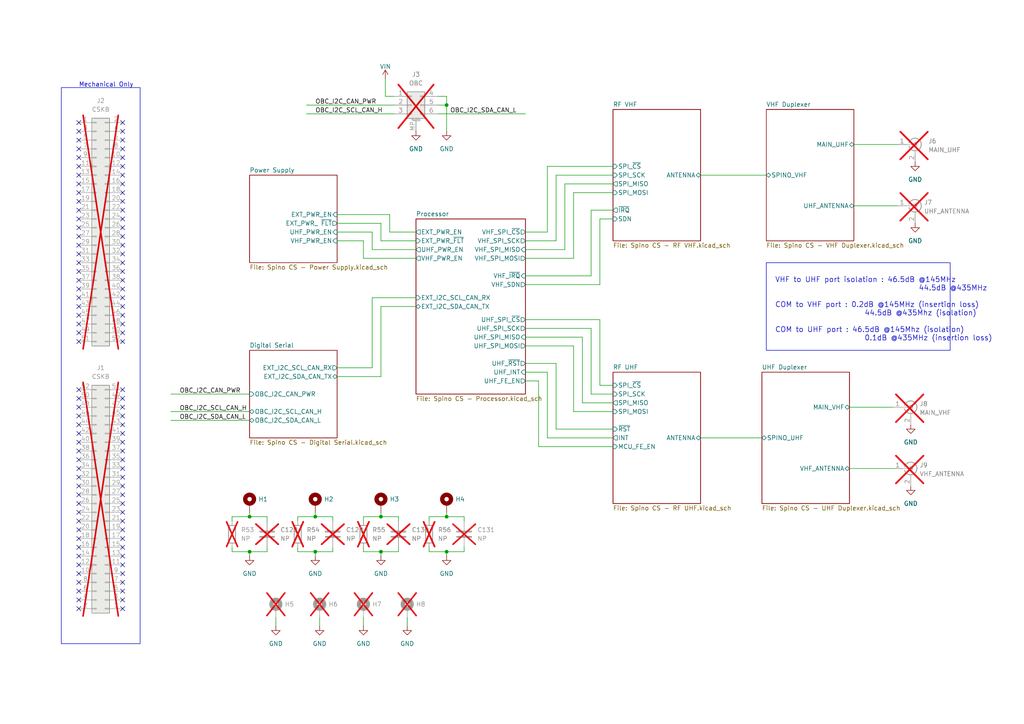
<source format=kicad_sch>
(kicad_sch (version 20250114) (generator "eeschema") (generator_version "9.0")
  (paper "A4")
  (title_block (title "Spino Com System - Power Supply") (date "2025-03-24") (rev "v2.1") (company "AMSAT-F/Electrolab - Y.Avelino/A.Meckenstock "))
  (lib_symbols
    (symbol "Connector:Conn_Coaxial" (pin_names (offset 1.016) (hide yes))
      (property "Reference" "J" (at 0.254 3.048 0))
      (property "Value" "Conn_Coaxial" (at 2.921 0 90))
      (symbol "Conn_Coaxial_0_1"
        (polyline (pts (xy -2.54 0) (xy -0.508 0)))
        (arc (start 1.778 0) (mid 0.222 -1.8079) (end -1.778 -0.508) (stroke (width 0.254)))
        (arc (start -1.778 0.508) (mid 0.2221 1.8084) (end 1.778 0) (stroke (width 0.254)))
        (circle (center 0 0) (radius 0.508) (stroke (width 0.2032)))
        (polyline (pts (xy 0 -2.54) (xy 0 -1.778)))
      )
      (symbol "Conn_Coaxial_1_1"
        (pin passive line (at -5.08 0 0) (length 2.54) (name "In") (number "1"))
        (pin passive line (at 0 -5.08 90) (length 2.54) (name "Ext") (number "2"))
      )
    )
    (symbol "Connector_Generic:Conn_02x26_Odd_Even" (pin_names (offset 1.016) (hide yes))
      (property "Reference" "J" (at 1.27 33.02 0))
      (property "Value" "Conn_02x26_Odd_Even" (at 1.27 -35.56 0))
      (symbol "Conn_02x26_Odd_Even_1_1"
        (rectangle (start -1.27 31.75) (end 3.81 -34.29) (stroke (width 0.254)) (fill (type background)))
        (rectangle (start -1.27 30.607) (end 0 30.353) (stroke (width 0.1524)))
        (rectangle (start -1.27 28.067) (end 0 27.813) (stroke (width 0.1524)))
        (rectangle (start -1.27 25.527) (end 0 25.273) (stroke (width 0.1524)))
        (rectangle (start -1.27 22.987) (end 0 22.733) (stroke (width 0.1524)))
        (rectangle (start -1.27 20.447) (end 0 20.193) (stroke (width 0.1524)))
        (rectangle (start -1.27 17.907) (end 0 17.653) (stroke (width 0.1524)))
        (rectangle (start -1.27 15.367) (end 0 15.113) (stroke (width 0.1524)))
        (rectangle (start -1.27 12.827) (end 0 12.573) (stroke (width 0.1524)))
        (rectangle (start -1.27 10.287) (end 0 10.033) (stroke (width 0.1524)))
        (rectangle (start -1.27 7.747) (end 0 7.493) (stroke (width 0.1524)))
        (rectangle (start -1.27 5.207) (end 0 4.953) (stroke (width 0.1524)))
        (rectangle (start -1.27 2.667) (end 0 2.413) (stroke (width 0.1524)))
        (rectangle (start -1.27 0.127) (end 0 -0.127) (stroke (width 0.1524)))
        (rectangle (start -1.27 -2.413) (end 0 -2.667) (stroke (width 0.1524)))
        (rectangle (start -1.27 -4.953) (end 0 -5.207) (stroke (width 0.1524)))
        (rectangle (start -1.27 -7.493) (end 0 -7.747) (stroke (width 0.1524)))
        (rectangle (start -1.27 -10.033) (end 0 -10.287) (stroke (width 0.1524)))
        (rectangle (start -1.27 -12.573) (end 0 -12.827) (stroke (width 0.1524)))
        (rectangle (start -1.27 -15.113) (end 0 -15.367) (stroke (width 0.1524)))
        (rectangle (start -1.27 -17.653) (end 0 -17.907) (stroke (width 0.1524)))
        (rectangle (start -1.27 -20.193) (end 0 -20.447) (stroke (width 0.1524)))
        (rectangle (start -1.27 -22.733) (end 0 -22.987) (stroke (width 0.1524)))
        (rectangle (start -1.27 -25.273) (end 0 -25.527) (stroke (width 0.1524)))
        (rectangle (start -1.27 -27.813) (end 0 -28.067) (stroke (width 0.1524)))
        (rectangle (start -1.27 -30.353) (end 0 -30.607) (stroke (width 0.1524)))
        (rectangle (start -1.27 -32.893) (end 0 -33.147) (stroke (width 0.1524)))
        (rectangle (start 3.81 30.607) (end 2.54 30.353) (stroke (width 0.1524)))
        (rectangle (start 3.81 28.067) (end 2.54 27.813) (stroke (width 0.1524)))
        (rectangle (start 3.81 25.527) (end 2.54 25.273) (stroke (width 0.1524)))
        (rectangle (start 3.81 22.987) (end 2.54 22.733) (stroke (width 0.1524)))
        (rectangle (start 3.81 20.447) (end 2.54 20.193) (stroke (width 0.1524)))
        (rectangle (start 3.81 17.907) (end 2.54 17.653) (stroke (width 0.1524)))
        (rectangle (start 3.81 15.367) (end 2.54 15.113) (stroke (width 0.1524)))
        (rectangle (start 3.81 12.827) (end 2.54 12.573) (stroke (width 0.1524)))
        (rectangle (start 3.81 10.287) (end 2.54 10.033) (stroke (width 0.1524)))
        (rectangle (start 3.81 7.747) (end 2.54 7.493) (stroke (width 0.1524)))
        (rectangle (start 3.81 5.207) (end 2.54 4.953) (stroke (width 0.1524)))
        (rectangle (start 3.81 2.667) (end 2.54 2.413) (stroke (width 0.1524)))
        (rectangle (start 3.81 0.127) (end 2.54 -0.127) (stroke (width 0.1524)))
        (rectangle (start 3.81 -2.413) (end 2.54 -2.667) (stroke (width 0.1524)))
        (rectangle (start 3.81 -4.953) (end 2.54 -5.207) (stroke (width 0.1524)))
        (rectangle (start 3.81 -7.493) (end 2.54 -7.747) (stroke (width 0.1524)))
        (rectangle (start 3.81 -10.033) (end 2.54 -10.287) (stroke (width 0.1524)))
        (rectangle (start 3.81 -12.573) (end 2.54 -12.827) (stroke (width 0.1524)))
        (rectangle (start 3.81 -15.113) (end 2.54 -15.367) (stroke (width 0.1524)))
        (rectangle (start 3.81 -17.653) (end 2.54 -17.907) (stroke (width 0.1524)))
        (rectangle (start 3.81 -20.193) (end 2.54 -20.447) (stroke (width 0.1524)))
        (rectangle (start 3.81 -22.733) (end 2.54 -22.987) (stroke (width 0.1524)))
        (rectangle (start 3.81 -25.273) (end 2.54 -25.527) (stroke (width 0.1524)))
        (rectangle (start 3.81 -27.813) (end 2.54 -28.067) (stroke (width 0.1524)))
        (rectangle (start 3.81 -30.353) (end 2.54 -30.607) (stroke (width 0.1524)))
        (rectangle (start 3.81 -32.893) (end 2.54 -33.147) (stroke (width 0.1524)))
        (pin passive line (at -5.08 30.48 0) (length 3.81) (name "Pin_1") (number "1"))
        (pin passive line (at -5.08 27.94 0) (length 3.81) (name "Pin_3") (number "3"))
        (pin passive line (at -5.08 25.4 0) (length 3.81) (name "Pin_5") (number "5"))
        (pin passive line (at -5.08 22.86 0) (length 3.81) (name "Pin_7") (number "7"))
        (pin passive line (at -5.08 20.32 0) (length 3.81) (name "Pin_9") (number "9"))
        (pin passive line (at -5.08 17.78 0) (length 3.81) (name "Pin_11") (number "11"))
        (pin passive line (at -5.08 15.24 0) (length 3.81) (name "Pin_13") (number "13"))
        (pin passive line (at -5.08 12.7 0) (length 3.81) (name "Pin_15") (number "15"))
        (pin passive line (at -5.08 10.16 0) (length 3.81) (name "Pin_17") (number "17"))
        (pin passive line (at -5.08 7.62 0) (length 3.81) (name "Pin_19") (number "19"))
        (pin passive line (at -5.08 5.08 0) (length 3.81) (name "Pin_21") (number "21"))
        (pin passive line (at -5.08 2.54 0) (length 3.81) (name "Pin_23") (number "23"))
        (pin passive line (at -5.08 0 0) (length 3.81) (name "Pin_25") (number "25"))
        (pin passive line (at -5.08 -2.54 0) (length 3.81) (name "Pin_27") (number "27"))
        (pin passive line (at -5.08 -5.08 0) (length 3.81) (name "Pin_29") (number "29"))
        (pin passive line (at -5.08 -7.62 0) (length 3.81) (name "Pin_31") (number "31"))
        (pin passive line (at -5.08 -10.16 0) (length 3.81) (name "Pin_33") (number "33"))
        (pin passive line (at -5.08 -12.7 0) (length 3.81) (name "Pin_35") (number "35"))
        (pin passive line (at -5.08 -15.24 0) (length 3.81) (name "Pin_37") (number "37"))
        (pin passive line (at -5.08 -17.78 0) (length 3.81) (name "Pin_39") (number "39"))
        (pin passive line (at -5.08 -20.32 0) (length 3.81) (name "Pin_41") (number "41"))
        (pin passive line (at -5.08 -22.86 0) (length 3.81) (name "Pin_43") (number "43"))
        (pin passive line (at -5.08 -25.4 0) (length 3.81) (name "Pin_45") (number "45"))
        (pin passive line (at -5.08 -27.94 0) (length 3.81) (name "Pin_47") (number "47"))
        (pin passive line (at -5.08 -30.48 0) (length 3.81) (name "Pin_49") (number "49"))
        (pin passive line (at -5.08 -33.02 0) (length 3.81) (name "Pin_51") (number "51"))
        (pin passive line (at 7.62 30.48 180) (length 3.81) (name "Pin_2") (number "2"))
        (pin passive line (at 7.62 27.94 180) (length 3.81) (name "Pin_4") (number "4"))
        (pin passive line (at 7.62 25.4 180) (length 3.81) (name "Pin_6") (number "6"))
        (pin passive line (at 7.62 22.86 180) (length 3.81) (name "Pin_8") (number "8"))
        (pin passive line (at 7.62 20.32 180) (length 3.81) (name "Pin_10") (number "10"))
        (pin passive line (at 7.62 17.78 180) (length 3.81) (name "Pin_12") (number "12"))
        (pin passive line (at 7.62 15.24 180) (length 3.81) (name "Pin_14") (number "14"))
        (pin passive line (at 7.62 12.7 180) (length 3.81) (name "Pin_16") (number "16"))
        (pin passive line (at 7.62 10.16 180) (length 3.81) (name "Pin_18") (number "18"))
        (pin passive line (at 7.62 7.62 180) (length 3.81) (name "Pin_20") (number "20"))
        (pin passive line (at 7.62 5.08 180) (length 3.81) (name "Pin_22") (number "22"))
        (pin passive line (at 7.62 2.54 180) (length 3.81) (name "Pin_24") (number "24"))
        (pin passive line (at 7.62 0 180) (length 3.81) (name "Pin_26") (number "26"))
        (pin passive line (at 7.62 -2.54 180) (length 3.81) (name "Pin_28") (number "28"))
        (pin passive line (at 7.62 -5.08 180) (length 3.81) (name "Pin_30") (number "30"))
        (pin passive line (at 7.62 -7.62 180) (length 3.81) (name "Pin_32") (number "32"))
        (pin passive line (at 7.62 -10.16 180) (length 3.81) (name "Pin_34") (number "34"))
        (pin passive line (at 7.62 -12.7 180) (length 3.81) (name "Pin_36") (number "36"))
        (pin passive line (at 7.62 -15.24 180) (length 3.81) (name "Pin_38") (number "38"))
        (pin passive line (at 7.62 -17.78 180) (length 3.81) (name "Pin_40") (number "40"))
        (pin passive line (at 7.62 -20.32 180) (length 3.81) (name "Pin_42") (number "42"))
        (pin passive line (at 7.62 -22.86 180) (length 3.81) (name "Pin_44") (number "44"))
        (pin passive line (at 7.62 -25.4 180) (length 3.81) (name "Pin_46") (number "46"))
        (pin passive line (at 7.62 -27.94 180) (length 3.81) (name "Pin_48") (number "48"))
        (pin passive line (at 7.62 -30.48 180) (length 3.81) (name "Pin_50") (number "50"))
        (pin passive line (at 7.62 -33.02 180) (length 3.81) (name "Pin_52") (number "52"))
      )
    )
    (symbol "Connector_Generic_MountingPin:Conn_02x03_Top_Bottom_MountingPin" (pin_names (offset 1.016) (hide yes))
      (property "Reference" "J" (at 1.27 5.08 0))
      (property "Value" "Conn_02x03_Top_Bottom_MountingPin" (at 2.54 -5.08 0))
      (symbol "Conn_02x03_Top_Bottom_MountingPin_1_1"
        (rectangle (start -1.27 3.81) (end 3.81 -3.81) (stroke (width 0.254)) (fill (type background)))
        (rectangle (start -1.27 2.667) (end 0 2.413) (stroke (width 0.1524)))
        (rectangle (start -1.27 0.127) (end 0 -0.127) (stroke (width 0.1524)))
        (rectangle (start -1.27 -2.413) (end 0 -2.667) (stroke (width 0.1524)))
        (polyline (pts (xy 0.254 -4.572) (xy 2.286 -4.572)) (stroke (width 0.1524)))
        (rectangle (start 3.81 2.667) (end 2.54 2.413) (stroke (width 0.1524)))
        (rectangle (start 3.81 0.127) (end 2.54 -0.127) (stroke (width 0.1524)))
        (rectangle (start 3.81 -2.413) (end 2.54 -2.667) (stroke (width 0.1524)))
        (text "Mounting" (at 1.27 -4.191 0) (effects (font (size 0.381 0.381))))
        (pin passive line (at -5.08 2.54 0) (length 3.81) (name "Pin_1") (number "1"))
        (pin passive line (at -5.08 0 0) (length 3.81) (name "Pin_2") (number "2"))
        (pin passive line (at -5.08 -2.54 0) (length 3.81) (name "Pin_3") (number "3"))
        (pin passive line (at 1.27 -7.62 90) (length 3.048) (name "MountPin") (number "MP"))
        (pin passive line (at 7.62 2.54 180) (length 3.81) (name "Pin_4") (number "4"))
        (pin passive line (at 7.62 0 180) (length 3.81) (name "Pin_5") (number "5"))
        (pin passive line (at 7.62 -2.54 180) (length 3.81) (name "Pin_6") (number "6"))
      )
    )
    (symbol "Device:C" (pin_numbers (hide yes)) (pin_names (offset 0.254))
      (property "Reference" "C" (at 0.635 2.54 0))
      (property "Value" "C" (at 0.635 -2.54 0))
      (symbol "C_0_1"
        (polyline (pts (xy -2.032 0.762) (xy 2.032 0.762)) (stroke (width 0.508)))
        (polyline (pts (xy -2.032 -0.762) (xy 2.032 -0.762)) (stroke (width 0.508)))
      )
      (symbol "C_1_1"
        (pin passive line (at 0 3.81 270) (length 2.794) (name "~") (number "1"))
        (pin passive line (at 0 -3.81 90) (length 2.794) (name "~") (number "2"))
      )
    )
    (symbol "Device:R" (pin_numbers (hide yes)) (pin_names (offset 0))
      (property "Reference" "R" (at 2.032 0 90))
      (property "Value" "R" (at 0 0 90))
      (symbol "R_0_1"
        (rectangle (start -1.016 -2.54) (end 1.016 2.54) (stroke (width 0.254)))
      )
      (symbol "R_1_1"
        (pin passive line (at 0 3.81 270) (length 1.27) (name "~") (number "1"))
        (pin passive line (at 0 -3.81 90) (length 1.27) (name "~") (number "2"))
      )
    )
    (symbol "Mechanical:MountingHole_Pad" (pin_numbers (hide yes)) (pin_names (offset 1.016) (hide yes))
      (property "Reference" "H" (at 0 6.35 0))
      (property "Value" "MountingHole_Pad" (at 0 4.445 0))
      (symbol "MountingHole_Pad_0_1"
        (circle (center 0 1.27) (radius 1.27) (stroke (width 1.27)))
      )
      (symbol "MountingHole_Pad_1_1"
        (pin input line (at 0 -2.54 90) (length 2.54) (name "1") (number "1"))
      )
    )
    (symbol "power:GND" (power) (pin_numbers (hide yes)) (pin_names (offset 0) (hide yes))
      (property "Value" "GND" (at 0 -3.81 0))
      (symbol "GND_0_1"
        (polyline (pts (xy 0 0) (xy 0 -1.27) (xy 1.27 -1.27) (xy 0 -2.54) (xy -1.27 -1.27) (xy 0 -1.27)))
      )
      (symbol "GND_1_1"
        (pin power_in line (at 0 0 270) (length 0) (name "~") (number "1"))
      )
    )
    (symbol "power_user:VIN" (power) (pin_names (offset 0))
      (property "Value" "VIN" (at 0 6.35 0))
      (symbol "VIN_0_1"
        (polyline (pts (xy -0.762 1.27) (xy 0 2.54)))
        (polyline (pts (xy 0 2.54) (xy 0.762 1.27)))
        (polyline (pts (xy 0 0) (xy 0 2.54)))
      )
      (symbol "VIN_1_1"
        (pin power_in line (at 0 0 90) (length 0) (hide yes) (name "VIN") (number "1"))
      )
    )
  )
  (rectangle (start 17.78 25.4) (end 40.64 186.69))
  (rectangle (start 222.25 76.2) (end 275.59 101.6))
  (text "VHF to UHF port isolation : 46.5dB @145MHz\n							44.5dB @435MHz\n\nCOM to VHF port : 0.2dB @145MHz (insertion loss)\n				  44.5dB @435Mhz (isolation)\n\nCOM to UHF port : 46.5dB @145Mhz (isolation)\n				  0.1dB @435MHz (insertion loss)" (at 224.79 99.06 0) (effects (font (size 1.5 1.5)) (justify left bottom)))
  (text "Mechanical Only" (at 22.86 25.4 0) (effects (font (size 1.27 1.27)) (justify left bottom)))
  (junction (at 129.54 149.86))
  (junction (at 110.49 160.02))
  (junction (at 129.54 160.02))
  (junction (at 91.44 160.02))
  (junction (at 91.44 149.86))
  (junction (at 72.39 149.86))
  (junction (at 129.54 30.48))
  (junction (at 72.39 160.02))
  (junction (at 110.49 149.86))
  (no_connect (at 22.86 161.29))
  (no_connect (at 22.86 125.73))
  (no_connect (at 35.56 153.67))
  (no_connect (at 35.56 156.21))
  (no_connect (at 22.86 63.5))
  (no_connect (at 35.56 96.52))
  (no_connect (at 35.56 53.34))
  (no_connect (at 35.56 86.36))
  (no_connect (at 22.86 163.83))
  (no_connect (at 22.86 43.18))
  (no_connect (at 22.86 171.45))
  (no_connect (at 35.56 35.56))
  (no_connect (at 22.86 83.82))
  (no_connect (at 22.86 68.58))
  (no_connect (at 35.56 120.65))
  (no_connect (at 35.56 148.59))
  (no_connect (at 35.56 118.11))
  (no_connect (at 35.56 146.05))
  (no_connect (at 22.86 50.8))
  (no_connect (at 22.86 35.56))
  (no_connect (at 22.86 40.64))
  (no_connect (at 22.86 135.89))
  (no_connect (at 35.56 166.37))
  (no_connect (at 22.86 115.57))
  (no_connect (at 22.86 120.65))
  (no_connect (at 35.56 45.72))
  (no_connect (at 22.86 140.97))
  (no_connect (at 35.56 123.19))
  (no_connect (at 22.86 99.06))
  (no_connect (at 35.56 91.44))
  (no_connect (at 22.86 118.11))
  (no_connect (at 35.56 168.91))
  (no_connect (at 22.86 130.81))
  (no_connect (at 22.86 88.9))
  (no_connect (at 22.86 53.34))
  (no_connect (at 22.86 91.44))
  (no_connect (at 22.86 66.04))
  (no_connect (at 35.56 113.03))
  (no_connect (at 22.86 133.35))
  (no_connect (at 22.86 156.21))
  (no_connect (at 22.86 123.19))
  (no_connect (at 35.56 78.74))
  (no_connect (at 35.56 76.2))
  (no_connect (at 35.56 133.35))
  (no_connect (at 35.56 71.12))
  (no_connect (at 22.86 55.88))
  (no_connect (at 22.86 138.43))
  (no_connect (at 22.86 173.99))
  (no_connect (at 35.56 151.13))
  (no_connect (at 22.86 113.03))
  (no_connect (at 35.56 125.73))
  (no_connect (at 22.86 71.12))
  (no_connect (at 35.56 93.98))
  (no_connect (at 35.56 88.9))
  (no_connect (at 35.56 173.99))
  (no_connect (at 35.56 138.43))
  (no_connect (at 35.56 158.75))
  (no_connect (at 22.86 38.1))
  (no_connect (at 35.56 38.1))
  (no_connect (at 35.56 135.89))
  (no_connect (at 22.86 45.72))
  (no_connect (at 35.56 163.83))
  (no_connect (at 35.56 63.5))
  (no_connect (at 35.56 115.57))
  (no_connect (at 35.56 130.81))
  (no_connect (at 22.86 168.91))
  (no_connect (at 22.86 60.96))
  (no_connect (at 22.86 128.27))
  (no_connect (at 22.86 148.59))
  (no_connect (at 22.86 151.13))
  (no_connect (at 22.86 48.26))
  (no_connect (at 22.86 176.53))
  (no_connect (at 35.56 60.96))
  (no_connect (at 35.56 58.42))
  (no_connect (at 35.56 83.82))
  (no_connect (at 35.56 66.04))
  (no_connect (at 35.56 99.06))
  (no_connect (at 35.56 68.58))
  (no_connect (at 35.56 73.66))
  (no_connect (at 35.56 128.27))
  (no_connect (at 22.86 58.42))
  (no_connect (at 35.56 161.29))
  (no_connect (at 22.86 153.67))
  (no_connect (at 22.86 166.37))
  (no_connect (at 22.86 146.05))
  (no_connect (at 22.86 78.74))
  (no_connect (at 35.56 143.51))
  (no_connect (at 35.56 171.45))
  (no_connect (at 22.86 143.51))
  (no_connect (at 22.86 81.28))
  (no_connect (at 35.56 55.88))
  (no_connect (at 35.56 81.28))
  (no_connect (at 22.86 73.66))
  (no_connect (at 35.56 48.26))
  (no_connect (at 22.86 93.98))
  (no_connect (at 35.56 43.18))
  (no_connect (at 22.86 158.75))
  (no_connect (at 22.86 86.36))
  (no_connect (at 22.86 96.52))
  (no_connect (at 22.86 76.2))
  (no_connect (at 35.56 140.97))
  (no_connect (at 35.56 176.53))
  (no_connect (at 35.56 50.8))
  (no_connect (at 35.56 40.64))
  (wire (pts (xy 177.8 60.96) (xy 171.45 60.96)))
  (wire (pts (xy 127 30.48) (xy 129.54 30.48)))
  (wire (pts (xy 177.8 129.54) (xy 156.21 129.54)))
  (wire (pts (xy 158.75 107.95) (xy 158.75 127)))
  (wire (pts (xy 49.53 119.38) (xy 72.39 119.38)))
  (wire (pts (xy 177.8 55.88) (xy 166.37 55.88)))
  (wire (pts (xy 72.39 148.59) (xy 72.39 149.86)))
  (wire (pts (xy 113.03 67.31) (xy 113.03 62.23)))
  (wire (pts (xy 97.79 67.31) (xy 107.95 67.31)))
  (wire (pts (xy 161.29 69.85) (xy 152.4 69.85)))
  (wire (pts (xy 173.99 92.71) (xy 173.99 111.76)))
  (wire (pts (xy 166.37 100.33) (xy 166.37 119.38)))
  (wire (pts (xy 124.46 151.13) (xy 124.46 149.86)))
  (wire (pts (xy 129.54 160.02) (xy 129.54 161.29)))
  (wire (pts (xy 120.65 88.9) (xy 110.49 88.9)))
  (wire (pts (xy 124.46 158.75) (xy 124.46 160.02)))
  (wire (pts (xy 247.65 41.91) (xy 260.35 41.91)))
  (wire (pts (xy 72.39 121.92) (xy 49.53 121.92)))
  (wire (pts (xy 105.41 158.75) (xy 105.41 160.02)))
  (wire (pts (xy 163.83 53.34) (xy 163.83 72.39)))
  (wire (pts (xy 168.91 97.79) (xy 168.91 116.84)))
  (wire (pts (xy 110.49 69.85) (xy 120.65 69.85)))
  (wire (pts (xy 173.99 63.5) (xy 173.99 82.55)))
  (wire (pts (xy 156.21 129.54) (xy 156.21 110.49)))
  (wire (pts (xy 77.47 160.02) (xy 77.47 158.75)))
  (wire (pts (xy 177.8 53.34) (xy 163.83 53.34)))
  (wire (pts (xy 166.37 119.38) (xy 177.8 119.38)))
  (wire (pts (xy 49.53 114.3) (xy 72.39 114.3)))
  (wire (pts (xy 118.11 179.07) (xy 118.11 181.61)))
  (wire (pts (xy 67.31 160.02) (xy 72.39 160.02)))
  (wire (pts (xy 134.62 160.02) (xy 134.62 158.75)))
  (wire (pts (xy 152.4 97.79) (xy 168.91 97.79)))
  (wire (pts (xy 158.75 127) (xy 177.8 127)))
  (wire (pts (xy 127 27.94) (xy 129.54 27.94)))
  (wire (pts (xy 166.37 55.88) (xy 166.37 74.93)))
  (wire (pts (xy 105.41 69.85) (xy 97.79 69.85)))
  (wire (pts (xy 120.65 67.31) (xy 113.03 67.31)))
  (wire (pts (xy 107.95 106.68) (xy 107.95 86.36)))
  (wire (pts (xy 152.4 92.71) (xy 173.99 92.71)))
  (wire (pts (xy 91.44 160.02) (xy 96.52 160.02)))
  (wire (pts (xy 129.54 148.59) (xy 129.54 149.86)))
  (wire (pts (xy 110.49 109.22) (xy 97.79 109.22)))
  (wire (pts (xy 86.36 158.75) (xy 86.36 160.02)))
  (wire (pts (xy 134.62 149.86) (xy 134.62 151.13)))
  (wire (pts (xy 171.45 80.01) (xy 152.4 80.01)))
  (wire (pts (xy 67.31 158.75) (xy 67.31 160.02)))
  (wire (pts (xy 177.8 124.46) (xy 161.29 124.46)))
  (wire (pts (xy 246.38 135.89) (xy 259.08 135.89)))
  (wire (pts (xy 97.79 106.68) (xy 107.95 106.68)))
  (wire (pts (xy 110.49 160.02) (xy 115.57 160.02)))
  (wire (pts (xy 152.4 107.95) (xy 158.75 107.95)))
  (wire (pts (xy 86.36 160.02) (xy 91.44 160.02)))
  (wire (pts (xy 105.41 149.86) (xy 110.49 149.86)))
  (wire (pts (xy 203.2 50.8) (xy 222.25 50.8)))
  (wire (pts (xy 105.41 160.02) (xy 110.49 160.02)))
  (wire (pts (xy 115.57 149.86) (xy 115.57 151.13)))
  (wire (pts (xy 107.95 86.36) (xy 120.65 86.36)))
  (wire (pts (xy 168.91 116.84) (xy 177.8 116.84)))
  (wire (pts (xy 67.31 149.86) (xy 72.39 149.86)))
  (wire (pts (xy 152.4 100.33) (xy 166.37 100.33)))
  (wire (pts (xy 77.47 149.86) (xy 77.47 151.13)))
  (wire (pts (xy 161.29 105.41) (xy 152.4 105.41)))
  (wire (pts (xy 72.39 160.02) (xy 72.39 161.29)))
  (wire (pts (xy 177.8 50.8) (xy 161.29 50.8)))
  (wire (pts (xy 114.3 27.94) (xy 111.76 27.94)))
  (wire (pts (xy 88.9 33.02) (xy 114.3 33.02)))
  (wire (pts (xy 107.95 67.31) (xy 107.95 72.39)))
  (wire (pts (xy 110.49 64.77) (xy 110.49 69.85)))
  (wire (pts (xy 110.49 148.59) (xy 110.49 149.86)))
  (wire (pts (xy 107.95 72.39) (xy 120.65 72.39)))
  (wire (pts (xy 113.03 62.23) (xy 97.79 62.23)))
  (wire (pts (xy 129.54 30.48) (xy 129.54 38.1)))
  (wire (pts (xy 152.4 67.31) (xy 158.75 67.31)))
  (wire (pts (xy 91.44 160.02) (xy 91.44 161.29)))
  (wire (pts (xy 105.41 74.93) (xy 105.41 69.85)))
  (wire (pts (xy 67.31 151.13) (xy 67.31 149.86)))
  (wire (pts (xy 96.52 149.86) (xy 96.52 151.13)))
  (wire (pts (xy 177.8 63.5) (xy 173.99 63.5)))
  (wire (pts (xy 80.01 179.07) (xy 80.01 181.61)))
  (wire (pts (xy 72.39 149.86) (xy 77.47 149.86)))
  (wire (pts (xy 161.29 124.46) (xy 161.29 105.41)))
  (wire (pts (xy 91.44 149.86) (xy 96.52 149.86)))
  (wire (pts (xy 72.39 160.02) (xy 77.47 160.02)))
  (wire (pts (xy 86.36 151.13) (xy 86.36 149.86)))
  (wire (pts (xy 158.75 48.26) (xy 177.8 48.26)))
  (wire (pts (xy 105.41 151.13) (xy 105.41 149.86)))
  (wire (pts (xy 88.9 30.48) (xy 114.3 30.48)))
  (wire (pts (xy 110.49 149.86) (xy 115.57 149.86)))
  (wire (pts (xy 96.52 160.02) (xy 96.52 158.75)))
  (wire (pts (xy 173.99 111.76) (xy 177.8 111.76)))
  (wire (pts (xy 124.46 160.02) (xy 129.54 160.02)))
  (wire (pts (xy 171.45 114.3) (xy 177.8 114.3)))
  (wire (pts (xy 110.49 160.02) (xy 110.49 161.29)))
  (wire (pts (xy 203.2 127) (xy 220.98 127)))
  (wire (pts (xy 163.83 72.39) (xy 152.4 72.39)))
  (wire (pts (xy 86.36 149.86) (xy 91.44 149.86)))
  (wire (pts (xy 171.45 60.96) (xy 171.45 80.01)))
  (wire (pts (xy 161.29 50.8) (xy 161.29 69.85)))
  (wire (pts (xy 156.21 110.49) (xy 152.4 110.49)))
  (wire (pts (xy 246.38 118.11) (xy 259.08 118.11)))
  (wire (pts (xy 129.54 160.02) (xy 134.62 160.02)))
  (wire (pts (xy 171.45 95.25) (xy 171.45 114.3)))
  (wire (pts (xy 129.54 149.86) (xy 134.62 149.86)))
  (wire (pts (xy 173.99 82.55) (xy 152.4 82.55)))
  (wire (pts (xy 158.75 67.31) (xy 158.75 48.26)))
  (wire (pts (xy 92.71 179.07) (xy 92.71 181.61)))
  (wire (pts (xy 152.4 95.25) (xy 171.45 95.25)))
  (wire (pts (xy 115.57 160.02) (xy 115.57 158.75)))
  (wire (pts (xy 110.49 88.9) (xy 110.49 109.22)))
  (wire (pts (xy 129.54 27.94) (xy 129.54 30.48)))
  (wire (pts (xy 124.46 149.86) (xy 129.54 149.86)))
  (wire (pts (xy 105.41 179.07) (xy 105.41 181.61)))
  (wire (pts (xy 166.37 74.93) (xy 152.4 74.93)))
  (wire (pts (xy 247.65 59.69) (xy 260.35 59.69)))
  (wire (pts (xy 120.65 74.93) (xy 105.41 74.93)))
  (wire (pts (xy 91.44 148.59) (xy 91.44 149.86)))
  (wire (pts (xy 111.76 22.86) (xy 111.76 27.94)))
  (wire (pts (xy 97.79 64.77) (xy 110.49 64.77)))
  (wire (pts (xy 127 33.02) (xy 152.4 33.02)))
  (label "OBC_I2C_SDA_CAN_L" (at 149.86 33.02 180))
  (label "OBC_I2C_SCL_CAN_H" (at 91.44 33.02 0))
  (label "OBC_I2C_CAN_PWR" (at 52.07 114.3 0))
  (label "OBC_I2C_CAN_PWR" (at 91.44 30.48 0))
  (label "OBC_I2C_SDA_CAN_L" (at 52.07 121.92 0))
  (label "OBC_I2C_SCL_CAN_H" (at 52.07 119.38 0))
  (symbol (lib_id "Mechanical:MountingHole_Pad") (at 92.71 176.53 0) (unit 1) (dnp yes)
    (property "Reference" "H6" (at 95.25 175.26 0) (effects (justify left)))
    (property "Value" "9774060360" (effects (hide yes)))
    (property "Footprint" "Mounting_Wuerth_user:Mounting_Wuerth_WA-SMSI-M3_H6mm_9774060360" (effects (hide yes)))
    (property "Description" "Mounting Hole with connection" (effects (hide yes)))
    (property "Vendor" "Wûrth" (effects (hide yes)))
    (property "SKU" "9774060360" (effects (hide yes)))
  )
  (symbol (lib_id "power:GND") (at 265.43 46.99 0) (unit 1)
    (property "Reference" "#PWR0117" (effects (hide yes)))
    (property "Value" "GND" (at 265.43 52.07 0))
    (property "Description" "Power symbol creates a global label with name \"GND\" , ground" (effects (hide yes)))
  )
  (symbol (lib_id "Connector:Conn_Coaxial") (at 264.16 135.89 0) (unit 1) (dnp yes)
    (property "Reference" "J9" (at 266.7 134.9132 0) (effects (justify left)))
    (property "Value" "VHF_ANTENNA" (at 266.7 137.4532 0) (effects (justify left)))
    (property "Footprint" "Connector_Coaxial_spino_cs:MMCX_Molex_73415-1001_Horizontal" (effects (hide yes)))
    (property "Description" "coaxial connector (BNC, SMA, SMB, SMC, Cinch/RCA, LEMO, ...)" (effects (hide yes)))
    (property "SKU" "908-24100" (effects (hide yes)))
    (property "Vendor" "Amphenol" (effects (hide yes)))
  )
  (symbol (lib_id "Mechanical:MountingHole_Pad") (at 105.41 176.53 0) (unit 1) (dnp yes)
    (property "Reference" "H7" (at 107.95 175.26 0) (effects (justify left)))
    (property "Value" "9774060360" (effects (hide yes)))
    (property "Footprint" "Mounting_Wuerth_user:Mounting_Wuerth_WA-SMSI-M3_H6mm_9774060360" (effects (hide yes)))
    (property "Description" "Mounting Hole with connection" (effects (hide yes)))
    (property "Vendor" "Wûrth" (effects (hide yes)))
    (property "SKU" "9774060360" (effects (hide yes)))
  )
  (symbol (lib_id "power:GND") (at 264.16 140.97 0) (unit 1)
    (property "Reference" "#PWR0116" (effects (hide yes)))
    (property "Value" "GND" (at 264.16 146.05 0))
    (property "Description" "Power symbol creates a global label with name \"GND\" , ground" (effects (hide yes)))
  )
  (symbol (lib_id "Device:C") (at 96.52 154.94 0) (unit 1) (in_bom no) (dnp yes)
    (property "Reference" "C129" (at 100.33 153.6699 0) (effects (justify left)))
    (property "Value" "NP" (at 100.33 156.2099 0) (effects (justify left)))
    (property "Footprint" "Capacitor_SMD:C_0603_1608Metric" (effects (hide yes)))
  )
  (symbol (lib_id "Connector_Generic:Conn_02x26_Odd_Even") (at 27.94 66.04 0) (unit 1) (in_bom no) (dnp yes)
    (property "Reference" "J2" (at 29.21 29.21 0))
    (property "Value" "CSKB" (at 29.21 31.75 0))
    (property "Footprint" "Connector_PinHeader_2.54mm:PinHeader_2x26_P2.54mm_Vertical" (effects (hide yes)))
    (property "Description" "Generic connector, double row, 02x26, odd/even pin numbering scheme (row 1 odd numbers, row 2 even numbers), script generated (kicad-library-utils/schlib/autogen/connector/)" (effects (hide yes)))
    (property "SKU" " ESQ-126-38-G-D" (effects (hide yes)))
    (property "Vendor" "Samtec" (effects (hide yes)))
  )
  (symbol (lib_id "Device:R") (at 67.31 154.94 0) (unit 1) (in_bom no) (dnp yes)
    (property "Reference" "R53" (at 69.85 153.6699 0) (effects (justify left)))
    (property "Value" "NP" (at 69.85 156.2099 0) (effects (justify left)))
    (property "Footprint" "Resistor_SMD:R_0805_2012Metric" (effects (hide yes)))
  )
  (symbol (lib_id "power:GND") (at 110.49 161.29 0) (unit 1)
    (property "Reference" "#PWR0174" (effects (hide yes)))
    (property "Value" "GND" (at 110.49 166.37 0))
  )
  (symbol (lib_id "Connector:Conn_Coaxial") (at 264.16 118.11 0) (unit 1) (dnp yes)
    (property "Reference" "J8" (at 266.7 117.1332 0) (effects (justify left)))
    (property "Value" "MAIN_VHF" (at 266.7 119.6732 0) (effects (justify left)))
    (property "Footprint" "Connector_Coaxial_spino_cs:MMCX_Molex_73415-1001_Horizontal" (effects (hide yes)))
    (property "Description" "coaxial connector (BNC, SMA, SMB, SMC, Cinch/RCA, LEMO, ...)" (effects (hide yes)))
    (property "SKU" "908-24100" (effects (hide yes)))
    (property "Vendor" "Amphenol" (effects (hide yes)))
  )
  (symbol (lib_id "power:GND") (at 80.01 181.61 0) (unit 1)
    (property "Reference" "#PWR096" (effects (hide yes)))
    (property "Value" "GND" (at 80.01 186.69 0))
    (property "Description" "Power symbol creates a global label with name \"GND\" , ground" (effects (hide yes)))
  )
  (symbol (lib_id "power_user:VIN") (at 111.76 22.86 0) (unit 1)
    (property "Reference" "#PWR0112" (effects (hide yes)))
    (property "Value" "VIN" (at 111.76 19.304 0))
    (property "Description" "Power symbol creates a global label with name \"VIN\"" (effects (hide yes)))
  )
  (symbol (lib_id "Device:C") (at 115.57 154.94 0) (unit 1) (in_bom no) (dnp yes)
    (property "Reference" "C130" (at 119.38 153.6699 0) (effects (justify left)))
    (property "Value" "NP" (at 119.38 156.2099 0) (effects (justify left)))
    (property "Footprint" "Capacitor_SMD:C_0603_1608Metric" (effects (hide yes)))
  )
  (symbol (lib_id "Device:C") (at 77.47 154.94 0) (unit 1) (in_bom no) (dnp yes)
    (property "Reference" "C128" (at 81.28 153.6699 0) (effects (justify left)))
    (property "Value" "NP" (at 81.28 156.2099 0) (effects (justify left)))
    (property "Footprint" "Capacitor_SMD:C_0603_1608Metric" (effects (hide yes)))
  )
  (symbol (lib_id "Device:R") (at 124.46 154.94 0) (unit 1) (in_bom no) (dnp yes)
    (property "Reference" "R56" (at 127 153.6699 0) (effects (justify left)))
    (property "Value" "NP" (at 127 156.2099 0) (effects (justify left)))
    (property "Footprint" "Resistor_SMD:R_0805_2012Metric" (effects (hide yes)))
  )
  (symbol (lib_id "Device:R") (at 105.41 154.94 0) (unit 1) (in_bom no) (dnp yes)
    (property "Reference" "R55" (at 107.95 153.6699 0) (effects (justify left)))
    (property "Value" "NP" (at 107.95 156.2099 0) (effects (justify left)))
    (property "Footprint" "Resistor_SMD:R_0805_2012Metric" (effects (hide yes)))
  )
  (symbol (lib_id "Connector:Conn_Coaxial") (at 265.43 59.69 0) (unit 1) (dnp yes)
    (property "Reference" "J7" (at 267.97 58.7132 0) (effects (justify left)))
    (property "Value" "UHF_ANTENNA" (at 267.97 61.2532 0) (effects (justify left)))
    (property "Footprint" "Connector_Coaxial_spino_cs:MMCX_Molex_73415-1001_Horizontal" (effects (hide yes)))
    (property "Description" "coaxial connector (BNC, SMA, SMB, SMC, Cinch/RCA, LEMO, ...)" (effects (hide yes)))
    (property "SKU" "908-24100" (effects (hide yes)))
    (property "Vendor" "Amphenol" (effects (hide yes)))
  )
  (symbol (lib_id "Connector_Generic_MountingPin:Conn_02x03_Top_Bottom_MountingPin") (at 119.38 30.48 0) (unit 1) (dnp yes)
    (property "Reference" "J3" (at 120.65 21.59 0))
    (property "Value" "OBC" (at 120.65 24.13 0))
    (property "Footprint" "Connector_Harwin_spino_cs:Harwin_LTek-Male_2x03_P2.00mm_Horizontal_StrainRelief" (effects (hide yes)))
    (property "Description" "Generic connectable mounting pin connector, double row, 02x03, top/bottom pin numbering scheme (row 1: 1...pins_per_row, row2: pins_per_row+1 ... num_pins), script generated (kicad-library-utils/schlib/autogen/connector/)" (effects (hide yes)))
    (property "Vendor" "Harwin" (effects (hide yes)))
    (property "SKU" "M80-8510645" (effects (hide yes)))
  )
  (symbol (lib_id "Mechanical:MountingHole_Pad") (at 91.44 146.05 0) (unit 1) (in_bom no)
    (property "Reference" "H2" (at 93.98 144.78 0) (effects (justify left)))
    (property "Value" "MountingHole" (effects (hide yes)))
    (property "Footprint" "MountingHole:MountingHole_3.2mm_M3_Pad" (effects (hide yes)))
    (property "Description" "Mounting Hole with connection" (effects (hide yes)))
  )
  (symbol (lib_id "power:GND") (at 92.71 181.61 0) (unit 1)
    (property "Reference" "#PWR0146" (effects (hide yes)))
    (property "Value" "GND" (at 92.71 186.69 0))
    (property "Description" "Power symbol creates a global label with name \"GND\" , ground" (effects (hide yes)))
  )
  (symbol (lib_id "Connector:Conn_Coaxial") (at 265.43 41.91 0) (unit 1) (dnp yes)
    (property "Reference" "J6" (at 269.24 40.9332 0) (effects (justify left)))
    (property "Value" "MAIN_UHF" (at 269.24 43.4732 0) (effects (justify left)))
    (property "Footprint" "Connector_Coaxial_spino_cs:MMCX_Molex_73415-1001_Horizontal" (effects (hide yes)))
    (property "Description" "coaxial connector (BNC, SMA, SMB, SMC, Cinch/RCA, LEMO, ...)" (effects (hide yes)))
    (property "SKU" "908-24100" (effects (hide yes)))
    (property "Vendor" "Amphenol" (effects (hide yes)))
  )
  (symbol (lib_id "power:GND") (at 265.43 64.77 0) (unit 1)
    (property "Reference" "#PWR0118" (effects (hide yes)))
    (property "Value" "GND" (at 265.43 69.85 0))
    (property "Description" "Power symbol creates a global label with name \"GND\" , ground" (effects (hide yes)))
  )
  (symbol (lib_id "power:GND") (at 129.54 161.29 0) (unit 1)
    (property "Reference" "#PWR0175" (effects (hide yes)))
    (property "Value" "GND" (at 129.54 166.37 0))
  )
  (symbol (lib_id "Connector_Generic:Conn_02x26_Odd_Even") (at 30.48 146.05 180) (unit 1) (in_bom no) (dnp yes)
    (property "Reference" "J1" (at 29.21 106.68 0))
    (property "Value" "CSKB" (at 29.21 109.22 0))
    (property "Footprint" "Connector_PinHeader_2.54mm:PinHeader_2x26_P2.54mm_Vertical" (effects (hide yes)))
    (property "Description" "Generic connector, double row, 02x26, odd/even pin numbering scheme (row 1 odd numbers, row 2 even numbers), script generated (kicad-library-utils/schlib/autogen/connector/)" (effects (hide yes)))
    (property "SKU" " ESQ-126-38-G-D" (effects (hide yes)))
    (property "Vendor" "Samtec" (effects (hide yes)))
  )
  (symbol (lib_id "power:GND") (at 264.16 123.19 0) (unit 1)
    (property "Reference" "#PWR0115" (effects (hide yes)))
    (property "Value" "GND" (at 264.16 128.27 0))
    (property "Description" "Power symbol creates a global label with name \"GND\" , ground" (effects (hide yes)))
  )
  (symbol (lib_id "Mechanical:MountingHole_Pad") (at 129.54 146.05 0) (unit 1) (in_bom no)
    (property "Reference" "H4" (at 132.08 144.78 0) (effects (justify left)))
    (property "Value" "MountingHole" (effects (hide yes)))
    (property "Footprint" "MountingHole:MountingHole_3.2mm_M3_Pad" (effects (hide yes)))
    (property "Description" "Mounting Hole with connection" (effects (hide yes)))
  )
  (symbol (lib_id "power:GND") (at 105.41 181.61 0) (unit 1)
    (property "Reference" "#PWR0147" (effects (hide yes)))
    (property "Value" "GND" (at 105.41 186.69 0))
    (property "Description" "Power symbol creates a global label with name \"GND\" , ground" (effects (hide yes)))
  )
  (symbol (lib_id "power:GND") (at 118.11 181.61 0) (unit 1)
    (property "Reference" "#PWR0148" (effects (hide yes)))
    (property "Value" "GND" (at 118.11 186.69 0))
    (property "Description" "Power symbol creates a global label with name \"GND\" , ground" (effects (hide yes)))
  )
  (symbol (lib_id "Mechanical:MountingHole_Pad") (at 80.01 176.53 0) (unit 1) (dnp yes)
    (property "Reference" "H5" (at 82.55 175.26 0) (effects (justify left)))
    (property "Value" "9774060360" (effects (hide yes)))
    (property "Footprint" "Mounting_Wuerth_user:Mounting_Wuerth_WA-SMSI-M3_H6mm_9774060360" (effects (hide yes)))
    (property "Description" "Mounting Hole with connection" (effects (hide yes)))
    (property "Vendor" "Wûrth" (effects (hide yes)))
    (property "SKU" "9774060360" (effects (hide yes)))
  )
  (symbol (lib_id "Device:R") (at 86.36 154.94 0) (unit 1) (in_bom no) (dnp yes)
    (property "Reference" "R54" (at 88.9 153.6699 0) (effects (justify left)))
    (property "Value" "NP" (at 88.9 156.2099 0) (effects (justify left)))
    (property "Footprint" "Resistor_SMD:R_0805_2012Metric" (effects (hide yes)))
  )
  (symbol (lib_id "Mechanical:MountingHole_Pad") (at 72.39 146.05 0) (unit 1) (in_bom no)
    (property "Reference" "H1" (at 74.93 144.78 0) (effects (justify left)))
    (property "Value" "MountingHole" (effects (hide yes)))
    (property "Footprint" "MountingHole:MountingHole_3.2mm_M3_Pad" (effects (hide yes)))
    (property "Description" "Mounting Hole with connection" (effects (hide yes)))
  )
  (symbol (lib_id "power:GND") (at 120.65 38.1 0) (unit 1)
    (property "Reference" "#PWR0113" (effects (hide yes)))
    (property "Value" "GND" (at 120.65 43.18 0))
    (property "Description" "Power symbol creates a global label with name \"GND\" , ground" (effects (hide yes)))
  )
  (symbol (lib_id "Mechanical:MountingHole_Pad") (at 118.11 176.53 0) (unit 1) (dnp yes)
    (property "Reference" "H8" (at 120.65 175.26 0) (effects (justify left)))
    (property "Value" "9774060360" (effects (hide yes)))
    (property "Footprint" "Mounting_Wuerth_user:Mounting_Wuerth_WA-SMSI-M3_H6mm_9774060360" (effects (hide yes)))
    (property "Description" "Mounting Hole with connection" (effects (hide yes)))
    (property "Vendor" "Wûrth" (effects (hide yes)))
    (property "SKU" "9774060360" (effects (hide yes)))
  )
  (symbol (lib_id "power:GND") (at 72.39 161.29 0) (unit 1)
    (property "Reference" "#PWR0172" (effects (hide yes)))
    (property "Value" "GND" (at 72.39 166.37 0))
  )
  (symbol (lib_id "power:GND") (at 129.54 38.1 0) (unit 1)
    (property "Reference" "#PWR0114" (effects (hide yes)))
    (property "Value" "GND" (at 129.54 43.18 0))
    (property "Description" "Power symbol creates a global label with name \"GND\" , ground" (effects (hide yes)))
  )
  (symbol (lib_id "Mechanical:MountingHole_Pad") (at 110.49 146.05 0) (unit 1) (in_bom no)
    (property "Reference" "H3" (at 113.03 144.78 0) (effects (justify left)))
    (property "Value" "MountingHole" (effects (hide yes)))
    (property "Footprint" "MountingHole:MountingHole_3.2mm_M3_Pad" (effects (hide yes)))
    (property "Description" "Mounting Hole with connection" (effects (hide yes)))
  )
  (symbol (lib_id "Device:C") (at 134.62 154.94 0) (unit 1) (in_bom no) (dnp yes)
    (property "Reference" "C131" (at 138.43 153.6699 0) (effects (justify left)))
    (property "Value" "NP" (at 138.43 156.2099 0) (effects (justify left)))
    (property "Footprint" "Capacitor_SMD:C_0603_1608Metric" (effects (hide yes)))
  )
  (symbol (lib_id "power:GND") (at 91.44 161.29 0) (unit 1)
    (property "Reference" "#PWR0173" (effects (hide yes)))
    (property "Value" "GND" (at 91.44 166.37 0))
  )
  (sheet (at 72.39 101.6) (size 25.4 25.4) (stroke (width 0.1524))
    (property "Sheetname" "Digital Serial" (at 72.39 100.8884 0) (effects (justify left bottom)))
    (property "Sheetfile" "Spino CS - Digital Serial.kicad_sch" (at 72.39 127.5846 0) (effects (justify left top)))
    (pin "EXT_I2C_SDA_CAN_TX" bidirectional (at 97.79 109.22 0))
    (pin "EXT_I2C_SCL_CAN_RX" output (at 97.79 106.68 0))
    (pin "OBC_I2C_SCL_CAN_H" bidirectional (at 72.39 119.38 180))
    (pin "OBC_I2C_SDA_CAN_L" bidirectional (at 72.39 121.92 180))
    (pin "OBC_I2C_CAN_PWR" input (at 72.39 114.3 180))
  )
  (sheet (at 177.8 107.95) (size 25.4 38.1) (stroke (width 0.1524))
    (property "Sheetname" "RF UHF" (at 177.8 107.2384 0) (effects (justify left bottom)))
    (property "Sheetfile" "Spino CS - RF UHF.kicad_sch" (at 177.8 146.6346 0) (effects (justify left top)))
    (pin "SPI_~{CS}" input (at 177.8 111.76 180))
    (pin "SPI_SCK" input (at 177.8 114.3 180))
    (pin "SPI_MISO" output (at 177.8 116.84 180))
    (pin "SPI_MOSI" input (at 177.8 119.38 180))
    (pin "~{RST}" input (at 177.8 124.46 180))
    (pin "INT" output (at 177.8 127 180))
    (pin "ANTENNA" bidirectional (at 203.2 127 0))
    (pin "MCU_FE_EN" input (at 177.8 129.54 180))
  )
  (sheet (at 177.8 31.75) (size 25.4 38.1) (stroke (width 0.1524))
    (property "Sheetname" "RF VHF" (at 177.8 31.0384 0) (effects (justify left bottom)))
    (property "Sheetfile" "Spino CS - RF VHF.kicad_sch" (at 177.8 70.4346 0) (effects (justify left top)))
    (pin "SPI_MOSI" input (at 177.8 55.88 180))
    (pin "SPI_~{CS}" input (at 177.8 48.26 180))
    (pin "SPI_SCK" input (at 177.8 50.8 180))
    (pin "SPI_MISO" output (at 177.8 53.34 180))
    (pin "ANTENNA" bidirectional (at 203.2 50.8 0))
    (pin "~{IRQ}" output (at 177.8 60.96 180))
    (pin "SDN" input (at 177.8 63.5 180))
  )
  (sheet (at 72.39 50.8) (size 25.4 25.4) (stroke (width 0.1524))
    (property "Sheetname" "Power Supply" (at 72.39 50.0884 0) (effects (justify left bottom)))
    (property "Sheetfile" "Spino CS - Power Supply.kicad_sch" (at 72.39 76.7846 0) (effects (justify left top)))
    (pin "UHF_PWR_EN" input (at 97.79 67.31 0))
    (pin "VHF_PWR_EN" input (at 97.79 69.85 0))
    (pin "EXT_PWR_EN" input (at 97.79 62.23 0))
    (pin "EXT_PWR_ ~{FLT}" output (at 97.79 64.77 0))
  )
  (sheet (at 220.98 107.95) (size 25.4 38.1) (stroke (width 0.1524))
    (property "Sheetname" "UHF Duplexer" (at 220.98 107.2384 0) (effects (justify left bottom)))
    (property "Sheetfile" "Spino CS - UHF Duplexer.kicad_sch" (at 220.98 146.6346 0) (effects (justify left top)))
    (pin "SPINO_UHF" bidirectional (at 220.98 127 180))
    (pin "MAIN_VHF" bidirectional (at 246.38 118.11 0))
    (pin "VHF_ANTENNA" bidirectional (at 246.38 135.89 0))
  )
  (sheet (at 222.25 31.75) (size 25.4 38.1) (stroke (width 0.1524))
    (property "Sheetname" "VHF Duplexer" (at 222.25 31.0384 0) (effects (justify left bottom)))
    (property "Sheetfile" "Spino CS - VHF Duplexer.kicad_sch" (at 222.25 70.4346 0) (effects (justify left top)))
    (pin "SPINO_VHF" bidirectional (at 222.25 50.8 180))
    (pin "MAIN_UHF" bidirectional (at 247.65 41.91 0))
    (pin "UHF_ANTENNA" bidirectional (at 247.65 59.69 0))
  )
  (sheet (at 120.65 63.5) (size 31.75 50.8) (stroke (width 0.1524))
    (property "Sheetname" "Processor" (at 120.65 62.7884 0) (effects (justify left bottom)))
    (property "Sheetfile" "Spino CS - Processor.kicad_sch" (at 120.65 114.8846 0) (effects (justify left top)))
    (pin "UHF_SPI_~{CS}" output (at 152.4 92.71 0))
    (pin "UHF_SPI_SCK" output (at 152.4 95.25 0))
    (pin "UHF_SPI_MOSI" output (at 152.4 100.33 0))
    (pin "UHF_SPI_MISO" input (at 152.4 97.79 0))
    (pin "VHF_SPI_~{CS}" output (at 152.4 67.31 0))
    (pin "VHF_SPI_SCK" output (at 152.4 69.85 0))
    (pin "VHF_SPI_MOSI" output (at 152.4 74.93 0))
    (pin "VHF_SPI_MISO" input (at 152.4 72.39 0))
    (pin "VHF_~{IRQ}" input (at 152.4 80.01 0))
    (pin "UHF_~{RST}" output (at 152.4 105.41 0))
    (pin "UHF_INT" input (at 152.4 107.95 0))
    (pin "EXT_I2C_SDA_CAN_TX" bidirectional (at 120.65 88.9 180))
    (pin "EXT_I2C_SCL_CAN_RX" input (at 120.65 86.36 180))
    (pin "UHF_PWR_EN" output (at 120.65 72.39 180))
    (pin "VHF_PWR_EN" output (at 120.65 74.93 180))
    (pin "VHF_SDN" output (at 152.4 82.55 0))
    (pin "UHF_FE_EN" output (at 152.4 110.49 0))
    (pin "EXT_PWR_EN" output (at 120.65 67.31 180))
    (pin "EXT_PWR_~{FLT}" input (at 120.65 69.85 180))
  )
)
</source>
